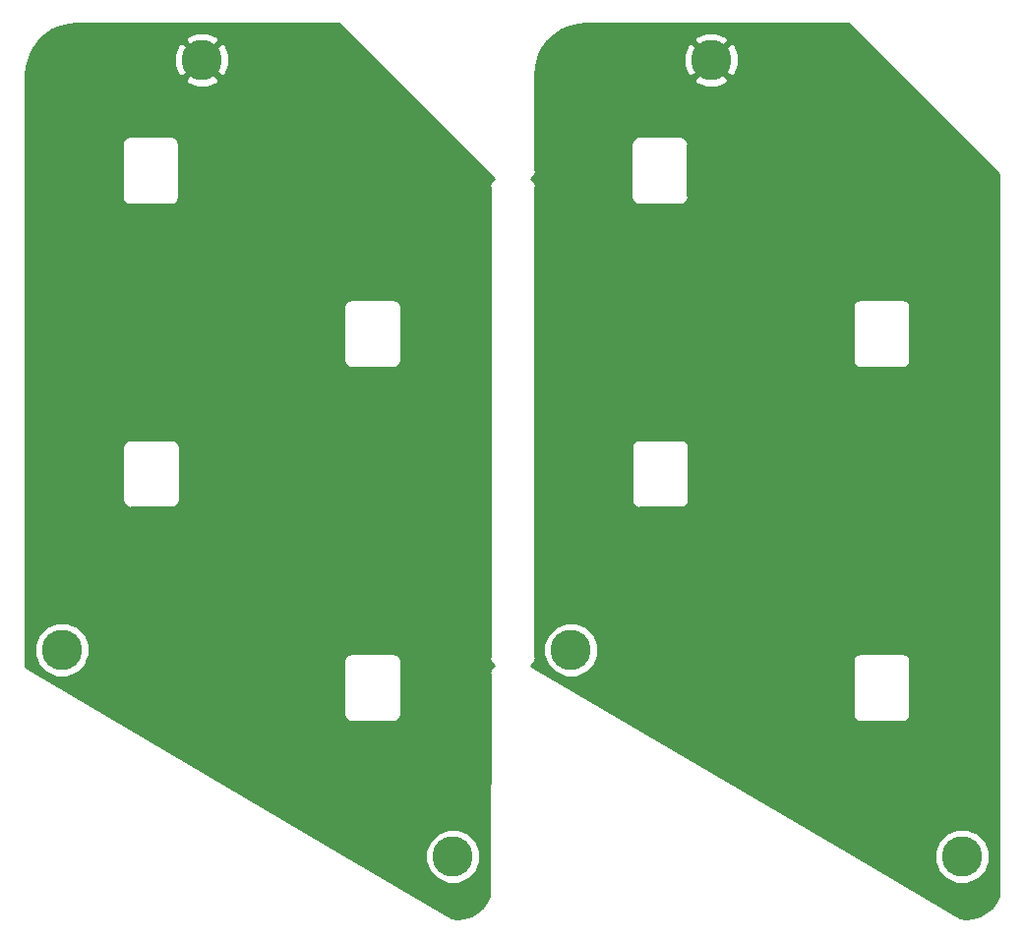
<source format=gtl>
G04 #@! TF.GenerationSoftware,KiCad,Pcbnew,5.0.2-bee76a0~70~ubuntu18.04.1*
G04 #@! TF.CreationDate,2019-07-23T02:31:20+09:00*
G04 #@! TF.ProjectId,shieldL,73686965-6c64-44c2-9e6b-696361645f70,rev?*
G04 #@! TF.SameCoordinates,Original*
G04 #@! TF.FileFunction,Copper,L1,Top*
G04 #@! TF.FilePolarity,Positive*
%FSLAX46Y46*%
G04 Gerber Fmt 4.6, Leading zero omitted, Abs format (unit mm)*
G04 Created by KiCad (PCBNEW 5.0.2-bee76a0~70~ubuntu18.04.1) date 2019年07月23日 02時31分20秒*
%MOMM*%
%LPD*%
G01*
G04 APERTURE LIST*
G04 #@! TA.AperFunction,ComponentPad*
%ADD10C,3.470000*%
G04 #@! TD*
G04 #@! TA.AperFunction,ViaPad*
%ADD11C,0.800000*%
G04 #@! TD*
G04 #@! TA.AperFunction,Conductor*
%ADD12C,0.254000*%
G04 #@! TD*
G04 APERTURE END LIST*
D10*
G04 #@! TO.P,J5,1*
G04 #@! TO.N,GND*
X115516029Y-109146055D03*
G04 #@! TD*
G04 #@! TO.P,J3,1*
G04 #@! TO.N,LED*
X103451029Y-159946055D03*
G04 #@! TD*
G04 #@! TO.P,J4,1*
G04 #@! TO.N,VCC*
X137106029Y-177726055D03*
G04 #@! TD*
G04 #@! TO.P,J3,1*
G04 #@! TO.N,LED*
X59636029Y-159946055D03*
G04 #@! TD*
G04 #@! TO.P,J5,1*
G04 #@! TO.N,GND*
X71701029Y-109146055D03*
G04 #@! TD*
G04 #@! TO.P,J4,1*
G04 #@! TO.N,VCC*
X93291029Y-177726055D03*
G04 #@! TD*
D11*
G04 #@! TO.N,GND*
X74930000Y-133985000D03*
X73025000Y-127000000D03*
X118745000Y-133985000D03*
X116840000Y-127000000D03*
G04 #@! TD*
D12*
G04 #@! TO.N,GND*
G36*
X96512475Y-119106357D02*
X96625095Y-119274905D01*
X96782381Y-119380000D01*
X96625095Y-119485095D01*
X96462646Y-119728217D01*
X96405601Y-120015000D01*
X96445001Y-120213076D01*
X96445000Y-160585074D01*
X96431091Y-160655000D01*
X96486195Y-160932028D01*
X96643119Y-161166881D01*
X96827379Y-161290000D01*
X96761035Y-161334330D01*
X96644549Y-161411695D01*
X96643977Y-161412546D01*
X96643119Y-161413119D01*
X96564954Y-161530101D01*
X96486971Y-161646109D01*
X96486768Y-161647114D01*
X96486195Y-161647972D01*
X96458798Y-161785706D01*
X96445198Y-161853095D01*
X96445195Y-161854093D01*
X96431091Y-161925000D01*
X96444805Y-161993947D01*
X96391425Y-181138939D01*
X96168258Y-181630114D01*
X95808119Y-182117971D01*
X95354418Y-182520292D01*
X94826988Y-182819488D01*
X94248879Y-183002487D01*
X93644287Y-183061396D01*
X93139035Y-183005930D01*
X83375205Y-177254633D01*
X90921029Y-177254633D01*
X90921029Y-178197477D01*
X91281840Y-179068552D01*
X91948532Y-179735244D01*
X92819607Y-180096055D01*
X93762451Y-180096055D01*
X94633526Y-179735244D01*
X95300218Y-179068552D01*
X95661029Y-178197477D01*
X95661029Y-177254633D01*
X95300218Y-176383558D01*
X94633526Y-175716866D01*
X93762451Y-175356055D01*
X92819607Y-175356055D01*
X91948532Y-175716866D01*
X91281840Y-176383558D01*
X90921029Y-177254633D01*
X83375205Y-177254633D01*
X56536029Y-161445256D01*
X56536029Y-159474633D01*
X57266029Y-159474633D01*
X57266029Y-160417477D01*
X57626840Y-161288552D01*
X58293532Y-161955244D01*
X59164607Y-162316055D01*
X60107451Y-162316055D01*
X60978526Y-161955244D01*
X61645218Y-161288552D01*
X61787521Y-160945000D01*
X83886091Y-160945000D01*
X83900001Y-161014931D01*
X83900000Y-165375074D01*
X83886091Y-165445000D01*
X83941195Y-165722028D01*
X84098119Y-165956881D01*
X84332972Y-166113805D01*
X84610000Y-166168909D01*
X84679925Y-166155000D01*
X88040074Y-166155000D01*
X88110000Y-166168909D01*
X88179925Y-166155000D01*
X88179926Y-166155000D01*
X88387028Y-166113805D01*
X88621881Y-165956881D01*
X88778805Y-165722028D01*
X88833909Y-165445000D01*
X88820000Y-165375074D01*
X88820000Y-161014926D01*
X88833909Y-160945000D01*
X88778805Y-160667972D01*
X88621881Y-160433119D01*
X88387028Y-160276195D01*
X88179926Y-160235000D01*
X88110000Y-160221091D01*
X88040075Y-160235000D01*
X84679926Y-160235000D01*
X84610000Y-160221091D01*
X84540075Y-160235000D01*
X84540074Y-160235000D01*
X84332972Y-160276195D01*
X84098119Y-160433119D01*
X83941195Y-160667972D01*
X83886091Y-160945000D01*
X61787521Y-160945000D01*
X62006029Y-160417477D01*
X62006029Y-159474633D01*
X61645218Y-158603558D01*
X60978526Y-157936866D01*
X60107451Y-157576055D01*
X59164607Y-157576055D01*
X58293532Y-157936866D01*
X57626840Y-158603558D01*
X57266029Y-159474633D01*
X56536029Y-159474633D01*
X56536029Y-142530000D01*
X64836091Y-142530000D01*
X64850001Y-142599931D01*
X64850000Y-146960074D01*
X64836091Y-147030000D01*
X64891195Y-147307028D01*
X65048119Y-147541881D01*
X65282972Y-147698805D01*
X65560000Y-147753909D01*
X65629925Y-147740000D01*
X68990074Y-147740000D01*
X69060000Y-147753909D01*
X69129925Y-147740000D01*
X69129926Y-147740000D01*
X69337028Y-147698805D01*
X69571881Y-147541881D01*
X69728805Y-147307028D01*
X69783909Y-147030000D01*
X69770000Y-146960074D01*
X69770000Y-142599926D01*
X69783909Y-142530000D01*
X69728805Y-142252972D01*
X69571881Y-142018119D01*
X69337028Y-141861195D01*
X69129926Y-141820000D01*
X69060000Y-141806091D01*
X68990075Y-141820000D01*
X65629926Y-141820000D01*
X65560000Y-141806091D01*
X65490075Y-141820000D01*
X65490074Y-141820000D01*
X65282972Y-141861195D01*
X65048119Y-142018119D01*
X64891195Y-142252972D01*
X64836091Y-142530000D01*
X56536029Y-142530000D01*
X56536029Y-130465000D01*
X83886091Y-130465000D01*
X83900001Y-130534931D01*
X83900000Y-134895074D01*
X83886091Y-134965000D01*
X83941195Y-135242028D01*
X84098119Y-135476881D01*
X84332972Y-135633805D01*
X84610000Y-135688909D01*
X84679925Y-135675000D01*
X88040074Y-135675000D01*
X88110000Y-135688909D01*
X88179925Y-135675000D01*
X88179926Y-135675000D01*
X88387028Y-135633805D01*
X88621881Y-135476881D01*
X88778805Y-135242028D01*
X88833909Y-134965000D01*
X88820000Y-134895074D01*
X88820000Y-130534926D01*
X88833909Y-130465000D01*
X88778805Y-130187972D01*
X88621881Y-129953119D01*
X88387028Y-129796195D01*
X88179926Y-129755000D01*
X88110000Y-129741091D01*
X88040075Y-129755000D01*
X84679926Y-129755000D01*
X84610000Y-129741091D01*
X84540075Y-129755000D01*
X84540074Y-129755000D01*
X84332972Y-129796195D01*
X84098119Y-129953119D01*
X83941195Y-130187972D01*
X83886091Y-130465000D01*
X56536029Y-130465000D01*
X56536029Y-116421055D01*
X64782120Y-116421055D01*
X64796030Y-116490986D01*
X64796029Y-120851129D01*
X64782120Y-120921055D01*
X64837224Y-121198083D01*
X64994148Y-121432936D01*
X65229001Y-121589860D01*
X65506029Y-121644964D01*
X65575954Y-121631055D01*
X68936103Y-121631055D01*
X69006029Y-121644964D01*
X69075954Y-121631055D01*
X69075955Y-121631055D01*
X69283057Y-121589860D01*
X69517910Y-121432936D01*
X69674834Y-121198083D01*
X69729938Y-120921055D01*
X69716029Y-120851129D01*
X69716029Y-116490981D01*
X69729938Y-116421055D01*
X69674834Y-116144027D01*
X69517910Y-115909174D01*
X69283057Y-115752250D01*
X69075955Y-115711055D01*
X69006029Y-115697146D01*
X68936104Y-115711055D01*
X65575955Y-115711055D01*
X65506029Y-115697146D01*
X65436104Y-115711055D01*
X65436103Y-115711055D01*
X65229001Y-115752250D01*
X64994148Y-115909174D01*
X64837224Y-116144027D01*
X64782120Y-116421055D01*
X56536029Y-116421055D01*
X56536029Y-110829751D01*
X70196938Y-110829751D01*
X70385395Y-111172936D01*
X71261195Y-111522120D01*
X72203956Y-111509569D01*
X73016663Y-111172936D01*
X73205120Y-110829751D01*
X71701029Y-109325660D01*
X70196938Y-110829751D01*
X56536029Y-110829751D01*
X56536029Y-110447673D01*
X56607871Y-109642697D01*
X56812752Y-108893778D01*
X56902212Y-108706221D01*
X69324964Y-108706221D01*
X69337515Y-109648982D01*
X69674148Y-110461689D01*
X70017333Y-110650146D01*
X71521424Y-109146055D01*
X71880634Y-109146055D01*
X73384725Y-110650146D01*
X73727910Y-110461689D01*
X74077094Y-109585889D01*
X74064543Y-108643128D01*
X73727910Y-107830421D01*
X73384725Y-107641964D01*
X71880634Y-109146055D01*
X71521424Y-109146055D01*
X70017333Y-107641964D01*
X69674148Y-107830421D01*
X69324964Y-108706221D01*
X56902212Y-108706221D01*
X57147015Y-108192983D01*
X57600098Y-107562450D01*
X57703383Y-107462359D01*
X70196938Y-107462359D01*
X71701029Y-108966450D01*
X73205120Y-107462359D01*
X73016663Y-107119174D01*
X72140863Y-106769990D01*
X71198102Y-106782541D01*
X70385395Y-107119174D01*
X70196938Y-107462359D01*
X57703383Y-107462359D01*
X58157674Y-107022121D01*
X58802128Y-106589066D01*
X59513073Y-106276982D01*
X60273522Y-106094415D01*
X60932060Y-106046055D01*
X83471628Y-106046055D01*
X96512475Y-119106357D01*
X96512475Y-119106357D01*
G37*
X96512475Y-119106357D02*
X96625095Y-119274905D01*
X96782381Y-119380000D01*
X96625095Y-119485095D01*
X96462646Y-119728217D01*
X96405601Y-120015000D01*
X96445001Y-120213076D01*
X96445000Y-160585074D01*
X96431091Y-160655000D01*
X96486195Y-160932028D01*
X96643119Y-161166881D01*
X96827379Y-161290000D01*
X96761035Y-161334330D01*
X96644549Y-161411695D01*
X96643977Y-161412546D01*
X96643119Y-161413119D01*
X96564954Y-161530101D01*
X96486971Y-161646109D01*
X96486768Y-161647114D01*
X96486195Y-161647972D01*
X96458798Y-161785706D01*
X96445198Y-161853095D01*
X96445195Y-161854093D01*
X96431091Y-161925000D01*
X96444805Y-161993947D01*
X96391425Y-181138939D01*
X96168258Y-181630114D01*
X95808119Y-182117971D01*
X95354418Y-182520292D01*
X94826988Y-182819488D01*
X94248879Y-183002487D01*
X93644287Y-183061396D01*
X93139035Y-183005930D01*
X83375205Y-177254633D01*
X90921029Y-177254633D01*
X90921029Y-178197477D01*
X91281840Y-179068552D01*
X91948532Y-179735244D01*
X92819607Y-180096055D01*
X93762451Y-180096055D01*
X94633526Y-179735244D01*
X95300218Y-179068552D01*
X95661029Y-178197477D01*
X95661029Y-177254633D01*
X95300218Y-176383558D01*
X94633526Y-175716866D01*
X93762451Y-175356055D01*
X92819607Y-175356055D01*
X91948532Y-175716866D01*
X91281840Y-176383558D01*
X90921029Y-177254633D01*
X83375205Y-177254633D01*
X56536029Y-161445256D01*
X56536029Y-159474633D01*
X57266029Y-159474633D01*
X57266029Y-160417477D01*
X57626840Y-161288552D01*
X58293532Y-161955244D01*
X59164607Y-162316055D01*
X60107451Y-162316055D01*
X60978526Y-161955244D01*
X61645218Y-161288552D01*
X61787521Y-160945000D01*
X83886091Y-160945000D01*
X83900001Y-161014931D01*
X83900000Y-165375074D01*
X83886091Y-165445000D01*
X83941195Y-165722028D01*
X84098119Y-165956881D01*
X84332972Y-166113805D01*
X84610000Y-166168909D01*
X84679925Y-166155000D01*
X88040074Y-166155000D01*
X88110000Y-166168909D01*
X88179925Y-166155000D01*
X88179926Y-166155000D01*
X88387028Y-166113805D01*
X88621881Y-165956881D01*
X88778805Y-165722028D01*
X88833909Y-165445000D01*
X88820000Y-165375074D01*
X88820000Y-161014926D01*
X88833909Y-160945000D01*
X88778805Y-160667972D01*
X88621881Y-160433119D01*
X88387028Y-160276195D01*
X88179926Y-160235000D01*
X88110000Y-160221091D01*
X88040075Y-160235000D01*
X84679926Y-160235000D01*
X84610000Y-160221091D01*
X84540075Y-160235000D01*
X84540074Y-160235000D01*
X84332972Y-160276195D01*
X84098119Y-160433119D01*
X83941195Y-160667972D01*
X83886091Y-160945000D01*
X61787521Y-160945000D01*
X62006029Y-160417477D01*
X62006029Y-159474633D01*
X61645218Y-158603558D01*
X60978526Y-157936866D01*
X60107451Y-157576055D01*
X59164607Y-157576055D01*
X58293532Y-157936866D01*
X57626840Y-158603558D01*
X57266029Y-159474633D01*
X56536029Y-159474633D01*
X56536029Y-142530000D01*
X64836091Y-142530000D01*
X64850001Y-142599931D01*
X64850000Y-146960074D01*
X64836091Y-147030000D01*
X64891195Y-147307028D01*
X65048119Y-147541881D01*
X65282972Y-147698805D01*
X65560000Y-147753909D01*
X65629925Y-147740000D01*
X68990074Y-147740000D01*
X69060000Y-147753909D01*
X69129925Y-147740000D01*
X69129926Y-147740000D01*
X69337028Y-147698805D01*
X69571881Y-147541881D01*
X69728805Y-147307028D01*
X69783909Y-147030000D01*
X69770000Y-146960074D01*
X69770000Y-142599926D01*
X69783909Y-142530000D01*
X69728805Y-142252972D01*
X69571881Y-142018119D01*
X69337028Y-141861195D01*
X69129926Y-141820000D01*
X69060000Y-141806091D01*
X68990075Y-141820000D01*
X65629926Y-141820000D01*
X65560000Y-141806091D01*
X65490075Y-141820000D01*
X65490074Y-141820000D01*
X65282972Y-141861195D01*
X65048119Y-142018119D01*
X64891195Y-142252972D01*
X64836091Y-142530000D01*
X56536029Y-142530000D01*
X56536029Y-130465000D01*
X83886091Y-130465000D01*
X83900001Y-130534931D01*
X83900000Y-134895074D01*
X83886091Y-134965000D01*
X83941195Y-135242028D01*
X84098119Y-135476881D01*
X84332972Y-135633805D01*
X84610000Y-135688909D01*
X84679925Y-135675000D01*
X88040074Y-135675000D01*
X88110000Y-135688909D01*
X88179925Y-135675000D01*
X88179926Y-135675000D01*
X88387028Y-135633805D01*
X88621881Y-135476881D01*
X88778805Y-135242028D01*
X88833909Y-134965000D01*
X88820000Y-134895074D01*
X88820000Y-130534926D01*
X88833909Y-130465000D01*
X88778805Y-130187972D01*
X88621881Y-129953119D01*
X88387028Y-129796195D01*
X88179926Y-129755000D01*
X88110000Y-129741091D01*
X88040075Y-129755000D01*
X84679926Y-129755000D01*
X84610000Y-129741091D01*
X84540075Y-129755000D01*
X84540074Y-129755000D01*
X84332972Y-129796195D01*
X84098119Y-129953119D01*
X83941195Y-130187972D01*
X83886091Y-130465000D01*
X56536029Y-130465000D01*
X56536029Y-116421055D01*
X64782120Y-116421055D01*
X64796030Y-116490986D01*
X64796029Y-120851129D01*
X64782120Y-120921055D01*
X64837224Y-121198083D01*
X64994148Y-121432936D01*
X65229001Y-121589860D01*
X65506029Y-121644964D01*
X65575954Y-121631055D01*
X68936103Y-121631055D01*
X69006029Y-121644964D01*
X69075954Y-121631055D01*
X69075955Y-121631055D01*
X69283057Y-121589860D01*
X69517910Y-121432936D01*
X69674834Y-121198083D01*
X69729938Y-120921055D01*
X69716029Y-120851129D01*
X69716029Y-116490981D01*
X69729938Y-116421055D01*
X69674834Y-116144027D01*
X69517910Y-115909174D01*
X69283057Y-115752250D01*
X69075955Y-115711055D01*
X69006029Y-115697146D01*
X68936104Y-115711055D01*
X65575955Y-115711055D01*
X65506029Y-115697146D01*
X65436104Y-115711055D01*
X65436103Y-115711055D01*
X65229001Y-115752250D01*
X64994148Y-115909174D01*
X64837224Y-116144027D01*
X64782120Y-116421055D01*
X56536029Y-116421055D01*
X56536029Y-110829751D01*
X70196938Y-110829751D01*
X70385395Y-111172936D01*
X71261195Y-111522120D01*
X72203956Y-111509569D01*
X73016663Y-111172936D01*
X73205120Y-110829751D01*
X71701029Y-109325660D01*
X70196938Y-110829751D01*
X56536029Y-110829751D01*
X56536029Y-110447673D01*
X56607871Y-109642697D01*
X56812752Y-108893778D01*
X56902212Y-108706221D01*
X69324964Y-108706221D01*
X69337515Y-109648982D01*
X69674148Y-110461689D01*
X70017333Y-110650146D01*
X71521424Y-109146055D01*
X71880634Y-109146055D01*
X73384725Y-110650146D01*
X73727910Y-110461689D01*
X74077094Y-109585889D01*
X74064543Y-108643128D01*
X73727910Y-107830421D01*
X73384725Y-107641964D01*
X71880634Y-109146055D01*
X71521424Y-109146055D01*
X70017333Y-107641964D01*
X69674148Y-107830421D01*
X69324964Y-108706221D01*
X56902212Y-108706221D01*
X57147015Y-108192983D01*
X57600098Y-107562450D01*
X57703383Y-107462359D01*
X70196938Y-107462359D01*
X71701029Y-108966450D01*
X73205120Y-107462359D01*
X73016663Y-107119174D01*
X72140863Y-106769990D01*
X71198102Y-106782541D01*
X70385395Y-107119174D01*
X70196938Y-107462359D01*
X57703383Y-107462359D01*
X58157674Y-107022121D01*
X58802128Y-106589066D01*
X59513073Y-106276982D01*
X60273522Y-106094415D01*
X60932060Y-106046055D01*
X83471628Y-106046055D01*
X96512475Y-119106357D01*
G36*
X140206030Y-118965148D02*
X140206029Y-181139812D01*
X139983258Y-181630114D01*
X139623119Y-182117971D01*
X139169418Y-182520292D01*
X138641988Y-182819488D01*
X138063879Y-183002487D01*
X137459287Y-183061396D01*
X136953723Y-183005895D01*
X127171047Y-177254633D01*
X134736029Y-177254633D01*
X134736029Y-178197477D01*
X135096840Y-179068552D01*
X135763532Y-179735244D01*
X136634607Y-180096055D01*
X137577451Y-180096055D01*
X138448526Y-179735244D01*
X139115218Y-179068552D01*
X139476029Y-178197477D01*
X139476029Y-177254633D01*
X139115218Y-176383558D01*
X138448526Y-175716866D01*
X137577451Y-175356055D01*
X136634607Y-175356055D01*
X135763532Y-175716866D01*
X135096840Y-176383558D01*
X134736029Y-177254633D01*
X127171047Y-177254633D01*
X100072456Y-161323299D01*
X100022621Y-161290000D01*
X100206881Y-161166881D01*
X100363805Y-160932028D01*
X100405000Y-160724926D01*
X100405000Y-160724925D01*
X100418909Y-160655000D01*
X100405000Y-160585074D01*
X100405000Y-159474633D01*
X101081029Y-159474633D01*
X101081029Y-160417477D01*
X101441840Y-161288552D01*
X102108532Y-161955244D01*
X102979607Y-162316055D01*
X103922451Y-162316055D01*
X104793526Y-161955244D01*
X105460218Y-161288552D01*
X105602521Y-160945000D01*
X127701091Y-160945000D01*
X127715001Y-161014931D01*
X127715000Y-165375074D01*
X127701091Y-165445000D01*
X127756195Y-165722028D01*
X127913119Y-165956881D01*
X128147972Y-166113805D01*
X128425000Y-166168909D01*
X128494925Y-166155000D01*
X131855074Y-166155000D01*
X131925000Y-166168909D01*
X131994925Y-166155000D01*
X131994926Y-166155000D01*
X132202028Y-166113805D01*
X132436881Y-165956881D01*
X132593805Y-165722028D01*
X132648909Y-165445000D01*
X132635000Y-165375074D01*
X132635000Y-161014926D01*
X132648909Y-160945000D01*
X132593805Y-160667972D01*
X132436881Y-160433119D01*
X132202028Y-160276195D01*
X131994926Y-160235000D01*
X131925000Y-160221091D01*
X131855075Y-160235000D01*
X128494926Y-160235000D01*
X128425000Y-160221091D01*
X128355075Y-160235000D01*
X128355074Y-160235000D01*
X128147972Y-160276195D01*
X127913119Y-160433119D01*
X127756195Y-160667972D01*
X127701091Y-160945000D01*
X105602521Y-160945000D01*
X105821029Y-160417477D01*
X105821029Y-159474633D01*
X105460218Y-158603558D01*
X104793526Y-157936866D01*
X103922451Y-157576055D01*
X102979607Y-157576055D01*
X102108532Y-157936866D01*
X101441840Y-158603558D01*
X101081029Y-159474633D01*
X100405000Y-159474633D01*
X100405000Y-142530000D01*
X108651091Y-142530000D01*
X108665001Y-142599931D01*
X108665000Y-146960074D01*
X108651091Y-147030000D01*
X108706195Y-147307028D01*
X108863119Y-147541881D01*
X109097972Y-147698805D01*
X109375000Y-147753909D01*
X109444925Y-147740000D01*
X112805074Y-147740000D01*
X112875000Y-147753909D01*
X112944925Y-147740000D01*
X112944926Y-147740000D01*
X113152028Y-147698805D01*
X113386881Y-147541881D01*
X113543805Y-147307028D01*
X113598909Y-147030000D01*
X113585000Y-146960074D01*
X113585000Y-142599926D01*
X113598909Y-142530000D01*
X113543805Y-142252972D01*
X113386881Y-142018119D01*
X113152028Y-141861195D01*
X112944926Y-141820000D01*
X112875000Y-141806091D01*
X112805075Y-141820000D01*
X109444926Y-141820000D01*
X109375000Y-141806091D01*
X109305075Y-141820000D01*
X109305074Y-141820000D01*
X109097972Y-141861195D01*
X108863119Y-142018119D01*
X108706195Y-142252972D01*
X108651091Y-142530000D01*
X100405000Y-142530000D01*
X100405000Y-130465000D01*
X127701091Y-130465000D01*
X127715001Y-130534931D01*
X127715000Y-134895074D01*
X127701091Y-134965000D01*
X127756195Y-135242028D01*
X127913119Y-135476881D01*
X128147972Y-135633805D01*
X128425000Y-135688909D01*
X128494925Y-135675000D01*
X131855074Y-135675000D01*
X131925000Y-135688909D01*
X131994925Y-135675000D01*
X131994926Y-135675000D01*
X132202028Y-135633805D01*
X132436881Y-135476881D01*
X132593805Y-135242028D01*
X132648909Y-134965000D01*
X132635000Y-134895074D01*
X132635000Y-130534926D01*
X132648909Y-130465000D01*
X132593805Y-130187972D01*
X132436881Y-129953119D01*
X132202028Y-129796195D01*
X131994926Y-129755000D01*
X131925000Y-129741091D01*
X131855075Y-129755000D01*
X128494926Y-129755000D01*
X128425000Y-129741091D01*
X128355075Y-129755000D01*
X128355074Y-129755000D01*
X128147972Y-129796195D01*
X127913119Y-129953119D01*
X127756195Y-130187972D01*
X127701091Y-130465000D01*
X100405000Y-130465000D01*
X100405000Y-120213071D01*
X100444399Y-120015000D01*
X100387354Y-119728217D01*
X100224905Y-119485095D01*
X100067619Y-119380000D01*
X100224905Y-119274905D01*
X100387354Y-119031783D01*
X100444399Y-118745000D01*
X100403688Y-118540335D01*
X100389956Y-116421055D01*
X108597120Y-116421055D01*
X108611030Y-116490986D01*
X108611029Y-120851129D01*
X108597120Y-120921055D01*
X108652224Y-121198083D01*
X108809148Y-121432936D01*
X109044001Y-121589860D01*
X109321029Y-121644964D01*
X109390954Y-121631055D01*
X112751103Y-121631055D01*
X112821029Y-121644964D01*
X112890954Y-121631055D01*
X112890955Y-121631055D01*
X113098057Y-121589860D01*
X113332910Y-121432936D01*
X113489834Y-121198083D01*
X113544938Y-120921055D01*
X113531029Y-120851129D01*
X113531029Y-116490981D01*
X113544938Y-116421055D01*
X113489834Y-116144027D01*
X113332910Y-115909174D01*
X113098057Y-115752250D01*
X112890955Y-115711055D01*
X112821029Y-115697146D01*
X112751104Y-115711055D01*
X109390955Y-115711055D01*
X109321029Y-115697146D01*
X109251104Y-115711055D01*
X109251103Y-115711055D01*
X109044001Y-115752250D01*
X108809148Y-115909174D01*
X108652224Y-116144027D01*
X108597120Y-116421055D01*
X100389956Y-116421055D01*
X100353724Y-110829751D01*
X114011938Y-110829751D01*
X114200395Y-111172936D01*
X115076195Y-111522120D01*
X116018956Y-111509569D01*
X116831663Y-111172936D01*
X117020120Y-110829751D01*
X115516029Y-109325660D01*
X114011938Y-110829751D01*
X100353724Y-110829751D01*
X100351233Y-110445387D01*
X100422871Y-109642697D01*
X100627752Y-108893778D01*
X100717212Y-108706221D01*
X113139964Y-108706221D01*
X113152515Y-109648982D01*
X113489148Y-110461689D01*
X113832333Y-110650146D01*
X115336424Y-109146055D01*
X115695634Y-109146055D01*
X117199725Y-110650146D01*
X117542910Y-110461689D01*
X117892094Y-109585889D01*
X117879543Y-108643128D01*
X117542910Y-107830421D01*
X117199725Y-107641964D01*
X115695634Y-109146055D01*
X115336424Y-109146055D01*
X113832333Y-107641964D01*
X113489148Y-107830421D01*
X113139964Y-108706221D01*
X100717212Y-108706221D01*
X100962015Y-108192983D01*
X101415098Y-107562450D01*
X101518383Y-107462359D01*
X114011938Y-107462359D01*
X115516029Y-108966450D01*
X117020120Y-107462359D01*
X116831663Y-107119174D01*
X115955863Y-106769990D01*
X115013102Y-106782541D01*
X114200395Y-107119174D01*
X114011938Y-107462359D01*
X101518383Y-107462359D01*
X101972674Y-107022121D01*
X102617128Y-106589066D01*
X103328073Y-106276982D01*
X104088522Y-106094415D01*
X104747060Y-106046055D01*
X127286939Y-106046055D01*
X140206030Y-118965148D01*
X140206030Y-118965148D01*
G37*
X140206030Y-118965148D02*
X140206029Y-181139812D01*
X139983258Y-181630114D01*
X139623119Y-182117971D01*
X139169418Y-182520292D01*
X138641988Y-182819488D01*
X138063879Y-183002487D01*
X137459287Y-183061396D01*
X136953723Y-183005895D01*
X127171047Y-177254633D01*
X134736029Y-177254633D01*
X134736029Y-178197477D01*
X135096840Y-179068552D01*
X135763532Y-179735244D01*
X136634607Y-180096055D01*
X137577451Y-180096055D01*
X138448526Y-179735244D01*
X139115218Y-179068552D01*
X139476029Y-178197477D01*
X139476029Y-177254633D01*
X139115218Y-176383558D01*
X138448526Y-175716866D01*
X137577451Y-175356055D01*
X136634607Y-175356055D01*
X135763532Y-175716866D01*
X135096840Y-176383558D01*
X134736029Y-177254633D01*
X127171047Y-177254633D01*
X100072456Y-161323299D01*
X100022621Y-161290000D01*
X100206881Y-161166881D01*
X100363805Y-160932028D01*
X100405000Y-160724926D01*
X100405000Y-160724925D01*
X100418909Y-160655000D01*
X100405000Y-160585074D01*
X100405000Y-159474633D01*
X101081029Y-159474633D01*
X101081029Y-160417477D01*
X101441840Y-161288552D01*
X102108532Y-161955244D01*
X102979607Y-162316055D01*
X103922451Y-162316055D01*
X104793526Y-161955244D01*
X105460218Y-161288552D01*
X105602521Y-160945000D01*
X127701091Y-160945000D01*
X127715001Y-161014931D01*
X127715000Y-165375074D01*
X127701091Y-165445000D01*
X127756195Y-165722028D01*
X127913119Y-165956881D01*
X128147972Y-166113805D01*
X128425000Y-166168909D01*
X128494925Y-166155000D01*
X131855074Y-166155000D01*
X131925000Y-166168909D01*
X131994925Y-166155000D01*
X131994926Y-166155000D01*
X132202028Y-166113805D01*
X132436881Y-165956881D01*
X132593805Y-165722028D01*
X132648909Y-165445000D01*
X132635000Y-165375074D01*
X132635000Y-161014926D01*
X132648909Y-160945000D01*
X132593805Y-160667972D01*
X132436881Y-160433119D01*
X132202028Y-160276195D01*
X131994926Y-160235000D01*
X131925000Y-160221091D01*
X131855075Y-160235000D01*
X128494926Y-160235000D01*
X128425000Y-160221091D01*
X128355075Y-160235000D01*
X128355074Y-160235000D01*
X128147972Y-160276195D01*
X127913119Y-160433119D01*
X127756195Y-160667972D01*
X127701091Y-160945000D01*
X105602521Y-160945000D01*
X105821029Y-160417477D01*
X105821029Y-159474633D01*
X105460218Y-158603558D01*
X104793526Y-157936866D01*
X103922451Y-157576055D01*
X102979607Y-157576055D01*
X102108532Y-157936866D01*
X101441840Y-158603558D01*
X101081029Y-159474633D01*
X100405000Y-159474633D01*
X100405000Y-142530000D01*
X108651091Y-142530000D01*
X108665001Y-142599931D01*
X108665000Y-146960074D01*
X108651091Y-147030000D01*
X108706195Y-147307028D01*
X108863119Y-147541881D01*
X109097972Y-147698805D01*
X109375000Y-147753909D01*
X109444925Y-147740000D01*
X112805074Y-147740000D01*
X112875000Y-147753909D01*
X112944925Y-147740000D01*
X112944926Y-147740000D01*
X113152028Y-147698805D01*
X113386881Y-147541881D01*
X113543805Y-147307028D01*
X113598909Y-147030000D01*
X113585000Y-146960074D01*
X113585000Y-142599926D01*
X113598909Y-142530000D01*
X113543805Y-142252972D01*
X113386881Y-142018119D01*
X113152028Y-141861195D01*
X112944926Y-141820000D01*
X112875000Y-141806091D01*
X112805075Y-141820000D01*
X109444926Y-141820000D01*
X109375000Y-141806091D01*
X109305075Y-141820000D01*
X109305074Y-141820000D01*
X109097972Y-141861195D01*
X108863119Y-142018119D01*
X108706195Y-142252972D01*
X108651091Y-142530000D01*
X100405000Y-142530000D01*
X100405000Y-130465000D01*
X127701091Y-130465000D01*
X127715001Y-130534931D01*
X127715000Y-134895074D01*
X127701091Y-134965000D01*
X127756195Y-135242028D01*
X127913119Y-135476881D01*
X128147972Y-135633805D01*
X128425000Y-135688909D01*
X128494925Y-135675000D01*
X131855074Y-135675000D01*
X131925000Y-135688909D01*
X131994925Y-135675000D01*
X131994926Y-135675000D01*
X132202028Y-135633805D01*
X132436881Y-135476881D01*
X132593805Y-135242028D01*
X132648909Y-134965000D01*
X132635000Y-134895074D01*
X132635000Y-130534926D01*
X132648909Y-130465000D01*
X132593805Y-130187972D01*
X132436881Y-129953119D01*
X132202028Y-129796195D01*
X131994926Y-129755000D01*
X131925000Y-129741091D01*
X131855075Y-129755000D01*
X128494926Y-129755000D01*
X128425000Y-129741091D01*
X128355075Y-129755000D01*
X128355074Y-129755000D01*
X128147972Y-129796195D01*
X127913119Y-129953119D01*
X127756195Y-130187972D01*
X127701091Y-130465000D01*
X100405000Y-130465000D01*
X100405000Y-120213071D01*
X100444399Y-120015000D01*
X100387354Y-119728217D01*
X100224905Y-119485095D01*
X100067619Y-119380000D01*
X100224905Y-119274905D01*
X100387354Y-119031783D01*
X100444399Y-118745000D01*
X100403688Y-118540335D01*
X100389956Y-116421055D01*
X108597120Y-116421055D01*
X108611030Y-116490986D01*
X108611029Y-120851129D01*
X108597120Y-120921055D01*
X108652224Y-121198083D01*
X108809148Y-121432936D01*
X109044001Y-121589860D01*
X109321029Y-121644964D01*
X109390954Y-121631055D01*
X112751103Y-121631055D01*
X112821029Y-121644964D01*
X112890954Y-121631055D01*
X112890955Y-121631055D01*
X113098057Y-121589860D01*
X113332910Y-121432936D01*
X113489834Y-121198083D01*
X113544938Y-120921055D01*
X113531029Y-120851129D01*
X113531029Y-116490981D01*
X113544938Y-116421055D01*
X113489834Y-116144027D01*
X113332910Y-115909174D01*
X113098057Y-115752250D01*
X112890955Y-115711055D01*
X112821029Y-115697146D01*
X112751104Y-115711055D01*
X109390955Y-115711055D01*
X109321029Y-115697146D01*
X109251104Y-115711055D01*
X109251103Y-115711055D01*
X109044001Y-115752250D01*
X108809148Y-115909174D01*
X108652224Y-116144027D01*
X108597120Y-116421055D01*
X100389956Y-116421055D01*
X100353724Y-110829751D01*
X114011938Y-110829751D01*
X114200395Y-111172936D01*
X115076195Y-111522120D01*
X116018956Y-111509569D01*
X116831663Y-111172936D01*
X117020120Y-110829751D01*
X115516029Y-109325660D01*
X114011938Y-110829751D01*
X100353724Y-110829751D01*
X100351233Y-110445387D01*
X100422871Y-109642697D01*
X100627752Y-108893778D01*
X100717212Y-108706221D01*
X113139964Y-108706221D01*
X113152515Y-109648982D01*
X113489148Y-110461689D01*
X113832333Y-110650146D01*
X115336424Y-109146055D01*
X115695634Y-109146055D01*
X117199725Y-110650146D01*
X117542910Y-110461689D01*
X117892094Y-109585889D01*
X117879543Y-108643128D01*
X117542910Y-107830421D01*
X117199725Y-107641964D01*
X115695634Y-109146055D01*
X115336424Y-109146055D01*
X113832333Y-107641964D01*
X113489148Y-107830421D01*
X113139964Y-108706221D01*
X100717212Y-108706221D01*
X100962015Y-108192983D01*
X101415098Y-107562450D01*
X101518383Y-107462359D01*
X114011938Y-107462359D01*
X115516029Y-108966450D01*
X117020120Y-107462359D01*
X116831663Y-107119174D01*
X115955863Y-106769990D01*
X115013102Y-106782541D01*
X114200395Y-107119174D01*
X114011938Y-107462359D01*
X101518383Y-107462359D01*
X101972674Y-107022121D01*
X102617128Y-106589066D01*
X103328073Y-106276982D01*
X104088522Y-106094415D01*
X104747060Y-106046055D01*
X127286939Y-106046055D01*
X140206030Y-118965148D01*
G04 #@! TD*
M02*

</source>
